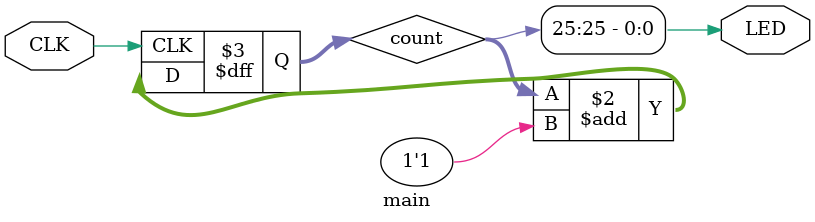
<source format=v>
`timescale 1ns / 1ps


module main
    ( input CLK
    , output LED
    );

    reg [25:0] count;
    
    always @(posedge CLK)
        count <= count + 1'b1;
    assign LED = count[25];
endmodule

</source>
